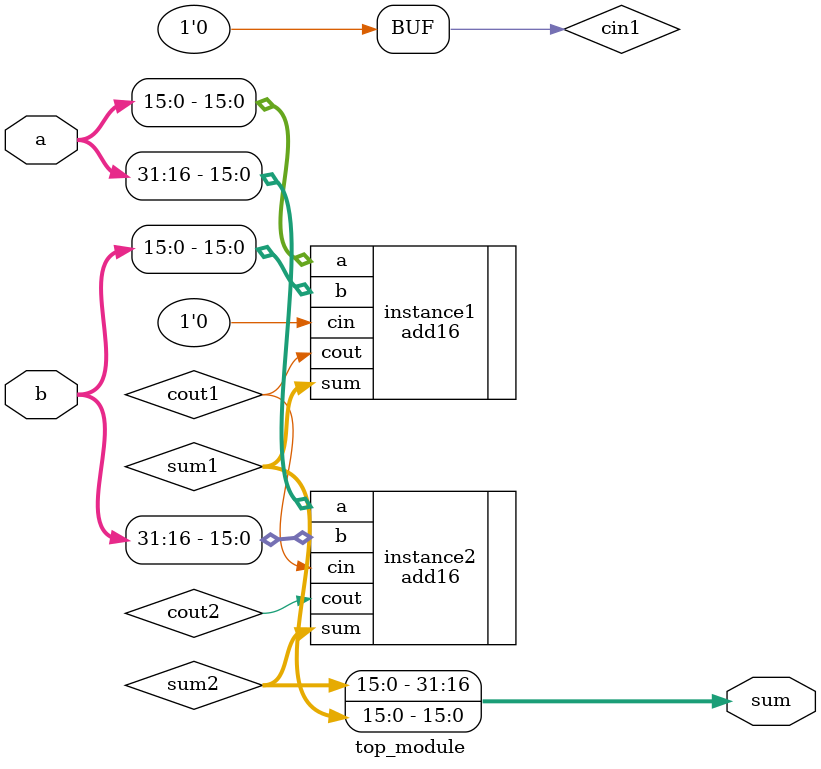
<source format=v>

module top_module(
    input [31:0] a,
    input [31:0] b,
    output [31:0] sum
);
    
    wire cin1, cout1,cout2;
    wire [15:0] sum1, sum2;
    assign cin1 = 0;
    
    add16 instance1(.a(a[15:0]), .b(b[15:0]), .cin(cin1), .cout(cout1), .sum(sum1));
    add16 instance2(.a(a[31:16]), .b(b[31:16]), .cin(cout1), .cout(cout2), .sum(sum2));
    
    assign sum = {sum2, sum1};

endmodule
</source>
